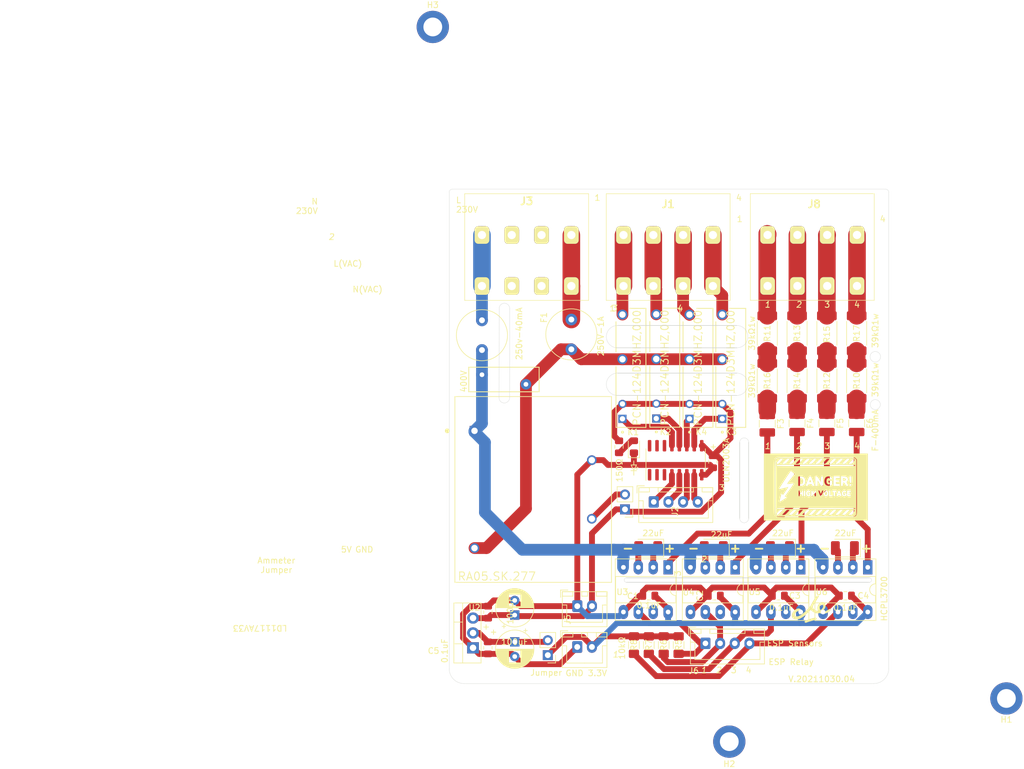
<source format=kicad_pcb>
(kicad_pcb (version 20171130) (host pcbnew "(5.1.6)-1")
  (layers (0 F.Cu signal) (31 B.Cu signal) (34 B.Paste user hide) (35 F.Paste user hide) (36 B.SilkS user hide) (37 F.SilkS user) (38 B.Mask user hide) (39 F.Mask user) (44 Edge.Cuts user))
  (net 0 "")
  (net 1 "220VAC(L)")
  (net 2 "220VAC(N)")
  (net 3 5V+)
  (net 4 3.3V+)
  (net 5 Sens4)
  (net 6 Sens3)
  (net 7 Sens2)
  (net 8 Sens1)
  (net 9 REO4)
  (net 10 REO3)
  (net 11 REO2)
  (net 12 REO1)
  (net 13 "Net-(22uF1-Pad2)")
  (net 14 "Net-(22uF1-Pad1)")
  (net 15 "Net-(22uF2-Pad2)")
  (net 16 "Net-(22uF2-Pad1)")
  (net 17 "Net-(22uF3-Pad2)")
  (net 18 "Net-(22uF3-Pad1)")
  (net 19 "Net-(22uF4-Pad2)")
  (net 20 "Net-(22uF4-Pad1)")
  (net 21 "GND(5V)")
  (net 22 REI1)
  (net 23 REI2)
  (net 24 REI3)
  (net 25 REI4)
  (net 26 "Net-(F1-Pad1)")
  (net 27 EspSens1)
  (net 28 EspSens2)
  (net 29 EspSens3)
  (net 30 EspSens4)
  (net 31 EspRel1)
  (net 32 EspRel2)
  (net 33 EspRel3)
  (net 34 EspRel4)
  (net 35 "Net-(D9-Pad2)")
  (net 36 "Net-(J9-Pad2)")
  (net 37 "Net-(F2-Pad1)")
  (net 38 "Net-(F3-Pad2)")
  (net 39 "Net-(F3-Pad1)")
  (net 40 "Net-(F4-Pad2)")
  (net 41 "Net-(F4-Pad1)")
  (net 42 "Net-(F5-Pad2)")
  (net 43 "Net-(F5-Pad1)")
  (net 44 "Net-(F6-Pad2)")
  (net 45 "Net-(F6-Pad1)")
  (net 46 "Net-(100uF_2-Pad1)")
  (net 47 "Net-(R10-Pad1)")
  (net 48 "Net-(R11-Pad2)")
  (net 49 "Net-(R12-Pad1)")
  (net 50 "Net-(R13-Pad2)")
  (module Fuse:Fuse_1210_3225Metric_Pad1.42x2.65mm_HandSolder (layer F.Cu) (at 194.6275 107.3055 270)
    (fp_text reference F6 (at 0 -2.28 90) (layer F.SilkS))
    (fp_text value Fuse)
    (pad 2 smd roundrect (at 1.4875 0 270) (size 1.425 2.65) (layers F.Cu F.Paste F.Mask) (roundrect_rratio 0.175439) (net 44 "Net-(F6-Pad2)"))
    (pad 1 smd roundrect (at -1.4875 0 270) (size 1.425 2.65) (layers F.Cu F.Paste F.Mask) (roundrect_rratio 0.175439) (net 45 "Net-(F6-Pad1)"))
  )
  (module Fuse:Fuse_1210_3225Metric_Pad1.42x2.65mm_HandSolder (layer F.Cu) (at 189.5475 107.3055 270)
    (fp_text reference F5 (at 0 -2.28 90) (layer F.SilkS))
    (fp_text value Fuse)
    (pad 2 smd roundrect (at 1.4875 0 270) (size 1.425 2.65) (layers F.Cu F.Paste F.Mask) (roundrect_rratio 0.175439) (net 42 "Net-(F5-Pad2)"))
    (pad 1 smd roundrect (at -1.4875 0 270) (size 1.425 2.65) (layers F.Cu F.Paste F.Mask) (roundrect_rratio 0.175439) (net 43 "Net-(F5-Pad1)"))
  )
  (module Fuse:Fuse_1210_3225Metric_Pad1.42x2.65mm_HandSolder (layer F.Cu) (at 184.4675 107.3055 270)
    (fp_text reference F4 (at 0 -2.28 90) (layer F.SilkS))
    (fp_text value Fuse)
    (pad 2 smd roundrect (at 1.4875 0 270) (size 1.425 2.65) (layers F.Cu F.Paste F.Mask) (roundrect_rratio 0.175439) (net 40 "Net-(F4-Pad2)"))
    (pad 1 smd roundrect (at -1.4875 0 270) (size 1.425 2.65) (layers F.Cu F.Paste F.Mask) (roundrect_rratio 0.175439) (net 41 "Net-(F4-Pad1)"))
  )
  (module Fuse:Fuse_1210_3225Metric_Pad1.42x2.65mm_HandSolder (layer F.Cu) (at 179.3875 107.369 270)
    (fp_text reference F3 (at 0 -2.28 90) (layer F.SilkS))
    (fp_text value Fuse)
    (pad 2 smd roundrect (at 1.4875 0 270) (size 1.425 2.65) (layers F.Cu F.Paste F.Mask) (roundrect_rratio 0.175439) (net 38 "Net-(F3-Pad2)"))
    (pad 1 smd roundrect (at -1.4875 0 270) (size 1.425 2.65) (layers F.Cu F.Paste F.Mask) (roundrect_rratio 0.175439) (net 39 "Net-(F3-Pad1)"))
  )
  (module Capacitor_SMD:C_0805_2012Metric_Pad1.15x1.40mm_HandSolder (layer F.Cu) (at 131.7625 139.5185 90)
    (fp_text reference C7)
    (fp_text value 0.1uF)
    (fp_text user + (at -2.531 -0.381 270) (layer F.SilkS))
    (pad 2 smd roundrect (at 1.025 0 90) (size 1.15 1.4) (layers F.Cu F.Paste F.Mask) (roundrect_rratio 0.217391) (net 21 "GND(5V)"))
    (pad 1 smd roundrect (at -1.025 0 90) (size 1.15 1.4) (layers F.Cu F.Paste F.Mask) (roundrect_rratio 0.217391) (net 3 5V+))
  )
  (module Capacitor_SMD:C_0805_2012Metric_Pad1.15x1.40mm_HandSolder (layer F.Cu) (at 131.7625 145.6145 270)
    (fp_text reference C5 (at 0.499 9.271 180) (layer F.SilkS))
    (fp_text value 0.1uF (at 0.499 7.366 270) (layer F.SilkS))
    (fp_text user + (at -2.676 -0.889 270) (layer F.SilkS))
    (pad 2 smd roundrect (at 1.025 0 270) (size 1.15 1.4) (layers F.Cu F.Paste F.Mask) (roundrect_rratio 0.217391) (net 21 "GND(5V)"))
    (pad 1 smd roundrect (at -1.025 0 270) (size 1.15 1.4) (layers F.Cu F.Paste F.Mask) (roundrect_rratio 0.217391) (net 46 "Net-(100uF_2-Pad1)"))
  )
  (module Capacitor_THT:CP_Radial_D6.3mm_P2.50mm (layer F.Cu) (at 136.3345 144.5895 270)
    (fp_text reference 100uF_2 hide)
    (fp_text value 100uF hide)
    (fp_text user 100uF (at 0 0) (layer F.SilkS))
    (pad 2 thru_hole circle (at 2.5 0 270) (size 1.6 1.6) (drill 0.8) (layers *.Cu *.Mask) (net 21 "GND(5V)"))
    (pad 1 thru_hole rect (at 0 0 270) (size 1.6 1.6) (drill 0.8) (layers *.Cu *.Mask) (net 46 "Net-(100uF_2-Pad1)"))
  )
  (module Capacitor_THT:CP_Radial_D6.3mm_P2.50mm (layer F.Cu) (at 136.3345 140.0175 90)
    (fp_text reference 100uF_1 hide)
    (fp_text value 100uF hide)
    (fp_text user 100uF (at 0.762 -0.762 90) (layer F.SilkS))
    (pad 2 thru_hole circle (at 2.5 0 90) (size 1.6 1.6) (drill 0.8) (layers *.Cu *.Mask) (net 21 "GND(5V)"))
    (pad 1 thru_hole rect (at 0 0 90) (size 1.6 1.6) (drill 0.8) (layers *.Cu *.Mask) (net 3 5V+))
  )
  (module Package_TO_SOT_THT:TO-220-3_Vertical (layer F.Cu) (at 129.2225 145.6055 90)
    (fp_text reference U2 (at 6.858 0.254 180) (layer F.SilkS))
    (fp_text value LD1117S33TR_SOT223)
    (pad 3 thru_hole oval (at 5.08 0 90) (size 1.905 2) (drill 1.1) (layers *.Cu *.Mask) (net 3 5V+))
    (pad 2 thru_hole oval (at 2.54 0 90) (size 1.905 2) (drill 1.1) (layers *.Cu *.Mask) (net 46 "Net-(100uF_2-Pad1)"))
    (pad 1 thru_hole rect (at 0 0 90) (size 1.905 2) (drill 1.1) (layers *.Cu *.Mask) (net 21 "GND(5V)"))
  )
  (module Connector_JST:JST_XH_B4B-XH-A_1x04_P2.50mm_Vertical (layer F.Cu) (at 168.8465 144.8435)
    (fp_text reference J6 (at -1.9972 4.6876 180) (layer F.SilkS))
    (fp_text value "ESP Sensors" (at 15.24 0) (layer F.SilkS))
    (pad 4 thru_hole oval (at 7.5 0) (size 1.7 1.95) (drill 0.95) (layers *.Cu *.Mask) (net 27 EspSens1))
    (pad 3 thru_hole oval (at 5 0) (size 1.7 1.95) (drill 0.95) (layers *.Cu *.Mask) (net 28 EspSens2))
    (pad 2 thru_hole oval (at 2.5 0) (size 1.7 1.95) (drill 0.95) (layers *.Cu *.Mask) (net 29 EspSens3))
    (pad 1 thru_hole roundrect (at 0 0) (size 1.7 1.95) (drill 0.95) (layers *.Cu *.Mask) (roundrect_rratio 0.147059) (net 30 EspSens4))
  )
  (module LED_SMD:LED_0805_2012Metric_Pad1.15x1.40mm_HandSolder (layer F.Cu) (at 156.6545 111.3065 90)
    (fp_text reference D9 hide)
    (fp_text value LED hide)
    (pad 2 smd roundrect (at 1.025 0 90) (size 1.15 1.4) (layers F.Cu F.Paste F.Mask) (roundrect_rratio 0.217391) (net 35 "Net-(D9-Pad2)"))
    (pad 1 smd roundrect (at -1.025 0 90) (size 1.15 1.4) (layers F.Cu F.Paste F.Mask) (roundrect_rratio 0.217391) (net 21 "GND(5V)"))
  )
  (module Resistor_SMD:R_0805_2012Metric_Pad1.15x1.40mm_HandSolder (layer F.Cu) (at 154.1145 111.3155 90)
    (fp_text reference R9 hide)
    (fp_text value 150Ω (at -4.0132 0.0762 90) (layer F.SilkS))
    (pad 2 smd roundrect (at 1.025 0 90) (size 1.15 1.4) (layers F.Cu F.Paste F.Mask) (roundrect_rratio 0.217391) (net 3 5V+))
    (pad 1 smd roundrect (at -1.025 0 90) (size 1.15 1.4) (layers F.Cu F.Paste F.Mask) (roundrect_rratio 0.217391) (net 35 "Net-(D9-Pad2)"))
  )
  (module PCN:TE_Connectivity-PCN-124D3MHZ,000-0-0-MFG (layer F.Cu) (at 167.5765 97.8535 90)
    (fp_text reference K4 (at -10.922 -0.508 180) (layer F.SilkS) (effects (justify left)))
    (fp_text value PCN-124D3MHZ,000 (at 0 0 90) (layer F.SilkS) (effects (font (size 1.27 1.27))))
    (pad 11 thru_hole circle (at 9.099999 -1.45 90) (size 1.7 1.7) (drill 1.1) (layers *.Cu) (net 10 REO3))
    (pad 14 thru_hole circle (at 1.479999 -1.45 90) (size 1.7 1.7) (drill 1.1) (layers *.Cu) (net 1 "220VAC(L)"))
    (pad A2 thru_hole circle (at -6.140001 -1.45 90) (size 1.4 1.4) (drill 0.9) (layers *.Cu) (net 3 5V+))
    (pad A1 thru_hole rect (at -8.680001 -1.45 90) (size 1.4 1.4) (drill 0.9) (layers *.Cu) (net 24 REI3))
  )
  (module PCN:TE_Connectivity-PCN-124D3MHZ,000-0-0-MFG (layer F.Cu) (at 173.1645 97.8535 90)
    (fp_text reference K3 (at -10.922 -1.016 180) (layer F.SilkS) (effects (justify left)))
    (fp_text value PCN-124D3MHZ,000 (at 0 0 90) (layer F.SilkS) (effects (font (size 1.27 1.27))))
    (pad 11 thru_hole circle (at 9.099999 -1.45 90) (size 1.7 1.7) (drill 1.1) (layers *.Cu) (net 9 REO4))
    (pad 14 thru_hole circle (at 1.479999 -1.45 90) (size 1.7 1.7) (drill 1.1) (layers *.Cu) (net 1 "220VAC(L)"))
    (pad A2 thru_hole circle (at -6.140001 -1.45 90) (size 1.4 1.4) (drill 0.9) (layers *.Cu) (net 3 5V+))
    (pad A1 thru_hole rect (at -8.680001 -1.45 90) (size 1.4 1.4) (drill 0.9) (layers *.Cu) (net 25 REI4))
  )
  (module PCN:TE_Connectivity-PCN-124D3MHZ,000-0-0-MFG (layer F.Cu) (at 161.9145 97.809499 90)
    (fp_text reference K2 (at -10.966001 -0.942 180) (layer F.SilkS) (effects (justify left)))
    (fp_text value PCN-124D3MHZ,000 (at 0 0 90) (layer F.SilkS) (effects (font (size 1.27 1.27))))
    (pad 11 thru_hole circle (at 9.099999 -1.45 90) (size 1.7 1.7) (drill 1.1) (layers *.Cu) (net 11 REO2))
    (pad 14 thru_hole circle (at 1.479999 -1.45 90) (size 1.7 1.7) (drill 1.1) (layers *.Cu) (net 1 "220VAC(L)"))
    (pad A2 thru_hole circle (at -6.140001 -1.45 90) (size 1.4 1.4) (drill 0.9) (layers *.Cu) (net 3 5V+))
    (pad A1 thru_hole rect (at -8.680001 -1.45 90) (size 1.4 1.4) (drill 0.9) (layers *.Cu) (net 23 REI2))
  )
  (module PCN:TE_Connectivity-PCN-124D3MHZ,000-0-0-MFG (layer F.Cu) (at 156.1465 97.8535 90)
    (fp_text reference K1 (at -10.966001 -0.688 180) (layer F.SilkS) (effects (justify left)))
    (fp_text value PCN-124D3MHZ,000 (at 0 1.016 90) (layer F.SilkS) (effects (font (size 1.27 1.27))))
    (pad 11 thru_hole circle (at 9.099999 -1.45 90) (size 1.7 1.7) (drill 1.1) (layers *.Cu) (net 12 REO1))
    (pad 14 thru_hole circle (at 1.479999 -1.45 90) (size 1.7 1.7) (drill 1.1) (layers *.Cu) (net 1 "220VAC(L)"))
    (pad A2 thru_hole circle (at -6.140001 -1.45 90) (size 1.4 1.4) (drill 0.9) (layers *.Cu) (net 3 5V+))
    (pad A1 thru_hole rect (at -8.680001 -1.45 90) (size 1.4 1.4) (drill 0.9) (layers *.Cu) (net 22 REI1))
  )
  (module Capacitor_SMD:C_0805_2012Metric_Pad1.15x1.40mm_HandSolder (layer F.Cu) (at 170.1165 113.8645 270)
    (fp_text reference C6)
    (fp_text value 0.1uF)
    (fp_text user + (at -2.531 0 270) (layer F.SilkS))
    (pad 2 smd roundrect (at 1.025 0 270) (size 1.15 1.4) (layers F.Cu F.Paste F.Mask) (roundrect_rratio 0.217391) (net 21 "GND(5V)"))
    (pad 1 smd roundrect (at -1.025 0 270) (size 1.15 1.4) (layers F.Cu F.Paste F.Mask) (roundrect_rratio 0.217391) (net 3 5V+))
  )
  (module Resistor_SMD:R_1206_3216Metric_Pad1.42x1.75mm_HandSolder (layer F.Cu) (at 156.6545 145.134 90)
    (fp_text reference R8 (at 0 0 90) (layer F.SilkS))
    (fp_text value 10kΩ (at -0.508 -2.032 90) (layer F.SilkS))
    (pad 2 smd roundrect (at 1.4875 0 90) (size 1.425 1.75) (layers F.Cu F.Paste F.Mask) (roundrect_rratio 0.175439) (net 4 3.3V+))
    (pad 1 smd roundrect (at -1.4875 0 90) (size 1.425 1.75) (layers F.Cu F.Paste F.Mask) (roundrect_rratio 0.175439) (net 27 EspSens1))
  )
  (module Resistor_SMD:R_1206_3216Metric_Pad1.42x1.75mm_HandSolder (layer F.Cu) (at 159.1945 145.134 90)
    (fp_text reference R7 (at -0.009 0 90) (layer F.SilkS))
    (fp_text value 10kΩ)
    (pad 2 smd roundrect (at 1.4875 0 90) (size 1.425 1.75) (layers F.Cu F.Paste F.Mask) (roundrect_rratio 0.175439) (net 4 3.3V+))
    (pad 1 smd roundrect (at -1.4875 0 90) (size 1.425 1.75) (layers F.Cu F.Paste F.Mask) (roundrect_rratio 0.175439) (net 28 EspSens2))
  )
  (module Resistor_SMD:R_1206_3216Metric_Pad1.42x1.75mm_HandSolder (layer F.Cu) (at 161.7345 145.134 90)
    (fp_text reference R6 (at 0 0 90) (layer F.SilkS))
    (fp_text value 10kΩ)
    (pad 2 smd roundrect (at 1.4875 0 90) (size 1.425 1.75) (layers F.Cu F.Paste F.Mask) (roundrect_rratio 0.175439) (net 4 3.3V+))
    (pad 1 smd roundrect (at -1.4875 0 90) (size 1.425 1.75) (layers F.Cu F.Paste F.Mask) (roundrect_rratio 0.175439) (net 29 EspSens3))
  )
  (module Resistor_SMD:R_1206_3216Metric_Pad1.42x1.75mm_HandSolder (layer F.Cu) (at 164.2745 145.134 90)
    (fp_text reference R5 (at 0 0 90) (layer F.SilkS))
    (fp_text value 10kΩ)
    (pad 2 smd roundrect (at 1.4875 0 90) (size 1.425 1.75) (layers F.Cu F.Paste F.Mask) (roundrect_rratio 0.175439) (net 4 3.3V+))
    (pad 1 smd roundrect (at -1.4875 0 90) (size 1.425 1.75) (layers F.Cu F.Paste F.Mask) (roundrect_rratio 0.175439) (net 30 EspSens4))
  )
  (module icons:led_6000dpi (layer F.Cu) (at 156.7815 114.935 270)
    (fp_text reference G*** hide)
    (fp_text value LOGO hide)
  )
  (module icons:che (layer F.Cu) (at 186.8805 139.0015)
    (fp_text reference G*** hide)
    (fp_text value LOGO hide)
  )
  (module rac05-05sk:277 (layer F.Cu) (at 139.4765 118.5875)
    (fp_text reference RA05.SK.277 (at -6.19 14.826 180) (layer F.SilkS) (effects (font (size 1.4 1.4))))
    (fp_text value RAC05.05SK.277)
    (pad 9 thru_hole circle (at 10 -5) (size 1.65 1.65) (drill 1.1) (layers *.Cu *.Mask) (net 21 "GND(5V)"))
    (pad 7 thru_hole circle (at 10 5) (size 1.65 1.65) (drill 1.1) (layers *.Cu *.Mask) (net 36 "Net-(J9-Pad2)"))
    (pad 5 thru_hole circle (at -10 10) (size 1.65 1.65) (drill 1.1) (layers *.Cu *.Mask) (net 1 "220VAC(L)"))
    (pad 1 thru_hole rect (at -10 -10) (size 1.65 1.65) (drill 1.1) (layers *.Cu *.Mask) (net 2 "220VAC(N)"))
  )
  (module 1017505_updated_pretty:1017505_pretty (layer F.Cu) (at 170.1165 83.8835 180)
    (fp_text reference J1 (at 7.62 13.97) (layer F.SilkS) (effects (font (size 1.27 1.27) (thickness 0.254))))
    (fp_text value 1017505 hide)
    (pad 1 thru_hole roundrect (at 0 0 270) (size 3 2.5) (drill 1.4) (layers *.Cu *.Mask F.SilkS) (net 9 REO4))
    (pad 2 thru_hole roundrect (at 0 8.7 270) (size 3 2.5) (drill 1.4) (layers *.Cu *.Mask F.SilkS) (net 9 REO4))
    (pad 3 thru_hole roundrect (at 5.08 0 270) (size 3 2.5) (drill 1.4) (layers *.Cu *.Mask F.SilkS) (net 10 REO3))
    (pad 4 thru_hole roundrect (at 5.08 8.7 270) (size 3 2.5) (drill 1.4) (layers *.Cu *.Mask F.SilkS) (net 10 REO3))
    (pad 5 thru_hole roundrect (at 10.16 0 270) (size 3 2.5) (drill 1.4) (layers *.Cu *.Mask F.SilkS) (net 11 REO2))
    (pad 6 thru_hole roundrect (at 10.16 8.7 270) (size 3 2.5) (drill 1.4) (layers *.Cu *.Mask F.SilkS) (net 11 REO2))
    (pad 7 thru_hole roundrect (at 15.24 0 270) (size 3 2.5) (drill 1.4) (layers *.Cu *.Mask F.SilkS) (net 12 REO1))
    (pad 8 thru_hole roundrect (at 15.24 8.7 270) (size 3 2.5) (drill 1.4) (layers *.Cu *.Mask F.SilkS) (net 12 REO1))
  )
  (module Package_SO:SOIC-16_3.9x9.9mm_P1.27mm (layer F.Cu) (at 163.7665 113.6015 90)
    (fp_text reference U1 hide)
    (fp_text value ULN2003A (at 0 8.636 270) (layer F.SilkS))
    (pad 1 smd roundrect (at -2.475 -4.445 90) (size 1.95 0.6) (layers F.Cu F.Paste F.Mask))
    (pad 2 smd roundrect (at -2.475 -3.175 90) (size 1.95 0.6) (layers F.Cu F.Paste F.Mask))
    (pad 3 smd roundrect (at -2.475 -1.905 90) (size 1.95 0.6) (layers F.Cu F.Paste F.Mask))
    (pad 4 smd roundrect (at -2.475 -0.635 90) (size 1.95 0.6) (layers F.Cu F.Paste F.Mask) (net 34 EspRel4))
    (pad 5 smd roundrect (at -2.475 0.635 90) (size 1.95 0.6) (layers F.Cu F.Paste F.Mask) (net 33 EspRel3))
    (pad 6 smd roundrect (at -2.475 1.905 90) (size 1.95 0.6) (layers F.Cu F.Paste F.Mask) (net 32 EspRel2))
    (pad 7 smd roundrect (at -2.475 3.175 90) (size 1.95 0.6) (layers F.Cu F.Paste F.Mask) (net 31 EspRel1))
    (pad 8 smd roundrect (at -2.475 4.445 90) (size 1.95 0.6) (layers F.Cu F.Paste F.Mask) (net 21 "GND(5V)"))
    (pad 9 smd roundrect (at 2.475 4.445 90) (size 1.95 0.6) (layers F.Cu F.Paste F.Mask) (net 3 5V+))
    (pad 10 smd roundrect (at 2.475 3.175 90) (size 1.95 0.6) (layers F.Cu F.Paste F.Mask) (net 25 REI4))
    (pad 11 smd roundrect (at 2.475 1.905 90) (size 1.95 0.6) (layers F.Cu F.Paste F.Mask) (net 24 REI3))
    (pad 12 smd roundrect (at 2.475 0.635 90) (size 1.95 0.6) (layers F.Cu F.Paste F.Mask) (net 23 REI2))
    (pad 13 smd roundrect (at 2.475 -0.635 90) (size 1.95 0.6) (layers F.Cu F.Paste F.Mask) (net 22 REI1))
    (pad 14 smd roundrect (at 2.475 -1.905 90) (size 1.95 0.6) (layers F.Cu F.Paste F.Mask))
    (pad 15 smd roundrect (at 2.475 -3.175 90) (size 1.95 0.6) (layers F.Cu F.Paste F.Mask))
    (pad 16 smd roundrect (at 2.475 -4.445 90) (size 1.95 0.6) (layers F.Cu F.Paste F.Mask))
  )
  (module Capacitor_Tantalum_SMD:CP_EIA-3528-21_Kemet-B_Pad1.50x2.35mm_HandSolder (layer F.Cu) (at 192.6215 128.5875 180)
    (fp_text reference 22uF4 hide)
    (fp_text value 22uF (at -0.101 2.54 180) (layer F.SilkS))
    (pad 2 smd roundrect (at 1.625 0 180) (size 1.5 2.35) (layers F.Cu F.Paste F.Mask) (roundrect_rratio 0.166667) (net 19 "Net-(22uF4-Pad2)"))
    (pad 1 smd roundrect (at -1.625 0 180) (size 1.5 2.35) (layers F.Cu F.Paste F.Mask) (roundrect_rratio 0.166667) (net 20 "Net-(22uF4-Pad1)"))
  )
  (module Capacitor_Tantalum_SMD:CP_EIA-3528-21_Kemet-B_Pad1.50x2.35mm_HandSolder (layer F.Cu) (at 181.5465 128.5875 180)
    (fp_text reference 22uF3 hide)
    (fp_text value 22uF (at -0.508 2.54 180) (layer F.SilkS))
    (pad 2 smd roundrect (at 1.625 0 180) (size 1.5 2.35) (layers F.Cu F.Paste F.Mask) (roundrect_rratio 0.166667) (net 17 "Net-(22uF3-Pad2)"))
    (pad 1 smd roundrect (at -1.625 0 180) (size 1.5 2.35) (layers F.Cu F.Paste F.Mask) (roundrect_rratio 0.166667) (net 18 "Net-(22uF3-Pad1)"))
  )
  (module Capacitor_Tantalum_SMD:CP_EIA-3528-21_Kemet-B_Pad1.50x2.35mm_HandSolder (layer F.Cu) (at 170.2695 128.5875 180)
    (fp_text reference 22uF2 hide)
    (fp_text value 22uF (at -1.3065 2.286 180) (layer F.SilkS))
    (pad 2 smd roundrect (at 1.625 0 180) (size 1.5 2.35) (layers F.Cu F.Paste F.Mask) (roundrect_rratio 0.166667) (net 15 "Net-(22uF2-Pad2)"))
    (pad 1 smd roundrect (at -1.625 0 180) (size 1.5 2.35) (layers F.Cu F.Paste F.Mask) (roundrect_rratio 0.166667) (net 16 "Net-(22uF2-Pad1)"))
  )
  (module Capacitor_Tantalum_SMD:CP_EIA-3528-21_Kemet-B_Pad1.50x2.35mm_HandSolder (layer F.Cu) (at 159.0935 128.5875 180)
    (fp_text reference 22uF1 hide)
    (fp_text value 22uF (at -0.8525 2.54 180) (layer F.SilkS))
    (pad 2 smd roundrect (at 1.625 0 180) (size 1.5 2.35) (layers F.Cu F.Paste F.Mask) (roundrect_rratio 0.166667) (net 13 "Net-(22uF1-Pad2)"))
    (pad 1 smd roundrect (at -1.625 0 180) (size 1.5 2.35) (layers F.Cu F.Paste F.Mask) (roundrect_rratio 0.166667) (net 14 "Net-(22uF1-Pad1)"))
  )
  (module Fuse:Fuse_Littelfuse_372_D8.50mm (layer F.Cu) (at 130.7465 89.7255 270)
    (fp_text reference F2 hide)
    (fp_text value 250v-40mA (at 2.286 -6.35 270) (layer F.SilkS))
    (pad 2 thru_hole circle (at 5.08 0 270) (size 2 2) (drill 1) (layers *.Cu *.Mask) (net 2 "220VAC(N)"))
    (pad 1 thru_hole circle (at 0 0 270) (size 2 2) (drill 1) (layers *.Cu *.Mask) (net 37 "Net-(F2-Pad1)"))
  )
  (module Resistor_SMD:R_2512_6332Metric_Pad1.52x3.35mm_HandSolder (layer F.Cu) (at 194.6275 91.951 270)
    (fp_text reference R17 (at 0 0 90) (layer F.SilkS))
    (fp_text value 39kΩ1w (at -0.4475 -3.175 90) (layer F.SilkS))
    (pad 2 smd roundrect (at 2.9875 0 270) (size 1.525 3.35) (layers F.Cu F.Paste F.Mask) (roundrect_rratio 0.163934) (net 47 "Net-(R10-Pad1)"))
    (pad 1 smd roundrect (at -2.9875 0 270) (size 1.525 3.35) (layers F.Cu F.Paste F.Mask) (roundrect_rratio 0.163934) (net 5 Sens4))
  )
  (module Resistor_SMD:R_2512_6332Metric_Pad1.52x3.35mm_HandSolder (layer F.Cu) (at 189.5475 91.951 270)
    (fp_text reference R15 (at 0.1875 0 90) (layer F.SilkS))
    (fp_text value 39kΩ1w)
    (pad 2 smd roundrect (at 2.9875 0 270) (size 1.525 3.35) (layers F.Cu F.Paste F.Mask) (roundrect_rratio 0.163934) (net 49 "Net-(R12-Pad1)"))
    (pad 1 smd roundrect (at -2.9875 0 270) (size 1.525 3.35) (layers F.Cu F.Paste F.Mask) (roundrect_rratio 0.163934) (net 6 Sens3))
  )
  (module Resistor_SMD:R_2512_6332Metric_Pad1.52x3.35mm_HandSolder (layer F.Cu) (at 184.4675 91.951 270)
    (fp_text reference R13 (at 0 0 90) (layer F.SilkS))
    (fp_text value 39kΩ1w)
    (pad 2 smd roundrect (at 2.9875 0 270) (size 1.525 3.35) (layers F.Cu F.Paste F.Mask) (roundrect_rratio 0.163934) (net 50 "Net-(R13-Pad2)"))
    (pad 1 smd roundrect (at -2.9875 0 270) (size 1.525 3.35) (layers F.Cu F.Paste F.Mask) (roundrect_rratio 0.163934) (net 8 Sens1))
  )
  (module Resistor_SMD:R_2512_6332Metric_Pad1.52x3.35mm_HandSolder (layer F.Cu) (at 179.3875 91.951 270)
    (fp_text reference R11 (at 0 0 90) (layer F.SilkS))
    (fp_text value 39kΩ1w (at 0 2.62 90) (layer F.SilkS))
    (pad 2 smd roundrect (at 2.9875 0 270) (size 1.525 3.35) (layers F.Cu F.Paste F.Mask) (roundrect_rratio 0.163934) (net 48 "Net-(R11-Pad2)"))
    (pad 1 smd roundrect (at -2.9875 0 270) (size 1.525 3.35) (layers F.Cu F.Paste F.Mask) (roundrect_rratio 0.163934) (net 7 Sens2))
  )
  (module Connector_PinHeader_2.54mm:PinHeader_1x02_P2.54mm_Vertical (layer F.Cu) (at 141.9733 146.8501 180)
    (fp_text reference J11 hide)
    (fp_text value "Current Jumper" hide)
    (fp_text user Jumper (at 0.2794 -2.9972) (layer F.SilkS))
    (pad 2 thru_hole oval (at 0 2.54 180) (size 1.7 1.7) (drill 1) (layers *.Cu *.Mask) (net 46 "Net-(100uF_2-Pad1)"))
    (pad 1 thru_hole rect (at 0 0 180) (size 1.7 1.7) (drill 1) (layers *.Cu *.Mask) (net 4 3.3V+))
  )
  (module Connector_JST:JST_XH_B2B-XH-A_1x02_P2.50mm_Vertical (layer F.Cu) (at 146.9917 145.4531)
    (fp_text reference J10 hide)
    (fp_text value "GND 3.3V" (at 1.5348 4.4704) (layer F.SilkS))
    (pad 2 thru_hole oval (at 2.5 0) (size 1.7 2) (drill 1) (layers *.Cu *.Mask) (net 4 3.3V+))
    (pad 1 thru_hole roundrect (at 0 0) (size 1.7 2) (drill 1) (layers *.Cu *.Mask) (roundrect_rratio 0.147059) (net 21 "GND(5V)"))
  )
  (module Capacitor_SMD:C_0805_2012Metric_Pad1.15x1.40mm_HandSolder (layer F.Cu) (at 192.7135 136.7155 180)
    (fp_text reference C4 (at -3.048 0) (layer F.SilkS))
    (fp_text value 0.1uF (at 0 -2.032) (layer F.SilkS))
    (pad 2 smd roundrect (at 1.025 0 180) (size 1.15 1.4) (layers F.Cu F.Paste F.Mask) (roundrect_rratio 0.217391) (net 21 "GND(5V)"))
    (pad 1 smd roundrect (at -1.025 0 180) (size 1.15 1.4) (layers F.Cu F.Paste F.Mask) (roundrect_rratio 0.217391) (net 4 3.3V+))
  )
  (module Capacitor_SMD:C_0805_2012Metric_Pad1.15x1.40mm_HandSolder (layer F.Cu) (at 181.2835 136.7155 180)
    (fp_text reference C3 (at -2.803 0) (layer F.SilkS))
    (fp_text value 0.1uF (at -0.508 -2.032) (layer F.SilkS))
    (pad 2 smd roundrect (at 1.025 0 180) (size 1.15 1.4) (layers F.Cu F.Paste F.Mask) (roundrect_rratio 0.217391) (net 21 "GND(5V)"))
    (pad 1 smd roundrect (at -1.025 0 180) (size 1.15 1.4) (layers F.Cu F.Paste F.Mask) (roundrect_rratio 0.217391) (net 4 3.3V+))
  )
  (module Capacitor_SMD:C_0805_2012Metric_Pad1.15x1.40mm_HandSolder (layer F.Cu) (at 159.1945 136.7155 180)
    (fp_text reference C1 (at 2.7215 -0.0635) (layer F.SilkS))
    (fp_text value 0.1uF (at -0.009 -1.6383) (layer F.SilkS))
    (pad 2 smd roundrect (at 1.025 0 180) (size 1.15 1.4) (layers F.Cu F.Paste F.Mask) (roundrect_rratio 0.217391) (net 21 "GND(5V)"))
    (pad 1 smd roundrect (at -1.025 0 180) (size 1.15 1.4) (layers F.Cu F.Paste F.Mask) (roundrect_rratio 0.217391) (net 4 3.3V+))
  )
  (module Capacitor_SMD:C_0805_2012Metric_Pad1.15x1.40mm_HandSolder (layer F.Cu) (at 170.3615 136.7155 180)
    (fp_text reference C2 (at 2.4675 0 90) (layer F.SilkS))
    (fp_text value 0.1uF)
    (pad 2 smd roundrect (at 1.025 0 180) (size 1.15 1.4) (layers F.Cu F.Paste F.Mask) (roundrect_rratio 0.217391) (net 21 "GND(5V)"))
    (pad 1 smd roundrect (at -1.025 0 180) (size 1.15 1.4) (layers F.Cu F.Paste F.Mask) (roundrect_rratio 0.217391) (net 4 3.3V+))
  )
  (module Resistor_SMD:R_2512_6332Metric_Pad1.52x3.35mm_HandSolder (layer F.Cu) (at 179.3875 100.061 270)
    (fp_text reference R16 (at 0 0 90) (layer F.SilkS))
    (fp_text value 39kΩ1w (at 0 2.62 90) (layer F.SilkS))
    (pad 2 smd roundrect (at 2.9875 0 270) (size 1.525 3.35) (layers F.Cu F.Paste F.Mask) (roundrect_rratio 0.163934) (net 39 "Net-(F3-Pad1)"))
    (pad 1 smd roundrect (at -2.9875 0 270) (size 1.525 3.35) (layers F.Cu F.Paste F.Mask) (roundrect_rratio 0.163934) (net 48 "Net-(R11-Pad2)"))
  )
  (module Resistor_SMD:R_2512_6332Metric_Pad1.52x3.35mm_HandSolder (layer F.Cu) (at 184.4675 100.061 270)
    (fp_text reference R14 (at 0 0 90) (layer F.SilkS))
    (fp_text value 39kΩ1w)
    (pad 2 smd roundrect (at 2.9875 0 270) (size 1.525 3.35) (layers F.Cu F.Paste F.Mask) (roundrect_rratio 0.163934) (net 41 "Net-(F4-Pad1)"))
    (pad 1 smd roundrect (at -2.9875 0 270) (size 1.525 3.35) (layers F.Cu F.Paste F.Mask) (roundrect_rratio 0.163934) (net 50 "Net-(R13-Pad2)"))
  )
  (module Resistor_SMD:R_2512_6332Metric_Pad1.52x3.35mm_HandSolder (layer F.Cu) (at 189.5475 100.061 270)
    (fp_text reference R12 (at 0 0 90) (layer F.SilkS))
    (fp_text value 39kΩ1w)
    (pad 2 smd roundrect (at 2.9875 0 270) (size 1.525 3.35) (layers F.Cu F.Paste F.Mask) (roundrect_rratio 0.163934) (net 43 "Net-(F5-Pad1)"))
    (pad 1 smd roundrect (at -2.9875 0 270) (size 1.525 3.35) (layers F.Cu F.Paste F.Mask) (roundrect_rratio 0.163934) (net 49 "Net-(R12-Pad1)"))
  )
  (module Resistor_SMD:R_2512_6332Metric_Pad1.52x3.35mm_HandSolder (layer F.Cu) (at 194.6275 100.061 270)
    (fp_text reference R10 (at 0 0 90) (layer F.SilkS))
    (fp_text value 39kΩ1w (at -0.1755 -3.175 90) (layer F.SilkS))
    (pad 2 smd roundrect (at 2.9875 0 270) (size 1.525 3.35) (layers F.Cu F.Paste F.Mask) (roundrect_rratio 0.163934) (net 45 "Net-(F6-Pad1)"))
    (pad 1 smd roundrect (at -2.9875 0 270) (size 1.525 3.35) (layers F.Cu F.Paste F.Mask) (roundrect_rratio 0.163934) (net 47 "Net-(R10-Pad1)"))
  )
  (module 1017505_updated_pretty:1017505_pretty (layer F.Cu) (at 194.6835 83.8715 180)
    (fp_text reference J8 (at 7.295 13.958) (layer F.SilkS) (effects (font (size 1.27 1.27) (thickness 0.254))))
    (fp_text value 1017505 hide)
    (pad 1 thru_hole roundrect (at 0 0 270) (size 3 2.5) (drill 1.4) (layers *.Cu *.Mask F.SilkS) (net 5 Sens4))
    (pad 2 thru_hole roundrect (at 0 8.7 270) (size 3 2.5) (drill 1.4) (layers *.Cu *.Mask F.SilkS) (net 5 Sens4))
    (pad 3 thru_hole roundrect (at 5.08 0 270) (size 3 2.5) (drill 1.4) (layers *.Cu *.Mask F.SilkS) (net 6 Sens3))
    (pad 4 thru_hole roundrect (at 5.08 8.7 270) (size 3 2.5) (drill 1.4) (layers *.Cu *.Mask F.SilkS) (net 6 Sens3))
    (pad 5 thru_hole roundrect (at 10.16 0 270) (size 3 2.5) (drill 1.4) (layers *.Cu *.Mask F.SilkS) (net 8 Sens1))
    (pad 6 thru_hole roundrect (at 10.16 8.7 270) (size 3 2.5) (drill 1.4) (layers *.Cu *.Mask F.SilkS) (net 8 Sens1))
    (pad 7 thru_hole roundrect (at 15.24 0 270) (size 3 2.5) (drill 1.4) (layers *.Cu *.Mask F.SilkS) (net 7 Sens2))
    (pad 8 thru_hole roundrect (at 15.24 8.7 270) (size 3 2.5) (drill 1.4) (layers *.Cu *.Mask F.SilkS) (net 7 Sens2))
  )
  (module 1017505_updated_pretty:1017505_pretty (layer F.Cu) (at 145.9865 83.8835 180)
    (fp_text reference J3 (at 7.62 14.478) (layer F.SilkS) (effects (font (size 1.27 1.27) (thickness 0.254))))
    (fp_text value 1017505 hide)
    (pad 1 thru_hole roundrect (at 0 0 270) (size 3 2.5) (drill 1.4) (layers *.Cu *.Mask F.SilkS) (net 26 "Net-(F1-Pad1)"))
    (pad 2 thru_hole roundrect (at 0 8.7 270) (size 3 2.5) (drill 1.4) (layers *.Cu *.Mask F.SilkS) (net 26 "Net-(F1-Pad1)"))
    (pad 3 thru_hole roundrect (at 5.08 0 270) (size 3 2.5) (drill 1.4) (layers *.Cu *.Mask F.SilkS))
    (pad 4 thru_hole roundrect (at 5.08 8.7 270) (size 3 2.5) (drill 1.4) (layers *.Cu *.Mask F.SilkS))
    (pad 5 thru_hole roundrect (at 10.16 0 270) (size 3 2.5) (drill 1.4) (layers *.Cu *.Mask F.SilkS))
    (pad 6 thru_hole roundrect (at 10.16 8.7 270) (size 3 2.5) (drill 1.4) (layers *.Cu *.Mask F.SilkS))
    (pad 7 thru_hole roundrect (at 15.24 0 270) (size 3 2.5) (drill 1.4) (layers *.Cu *.Mask F.SilkS) (net 37 "Net-(F2-Pad1)"))
    (pad 8 thru_hole roundrect (at 15.24 8.7 270) (size 3 2.5) (drill 1.4) (layers *.Cu *.Mask F.SilkS) (net 37 "Net-(F2-Pad1)"))
  )
  (module Connector_PinHeader_2.54mm:PinHeader_1x02_P2.54mm_Vertical (layer F.Cu) (at 155.1305 121.9835 180)
    (fp_text reference J9 hide)
    (fp_text value "Current Jumper" hide)
    (pad 2 thru_hole oval (at 0 2.54 180) (size 1.7 1.7) (drill 1) (layers *.Cu *.Mask) (net 36 "Net-(J9-Pad2)"))
    (pad 1 thru_hole rect (at 0 0 180) (size 1.7 1.7) (drill 1) (layers *.Cu *.Mask) (net 3 5V+))
  )
  (module icons:danger1_negative (layer F.Cu) (at 187.6425 118.1735)
    (fp_text reference G*** hide)
    (fp_text value LOGO hide)
  )
  (module Varistor:RV_Disc_D12mm_W4.2mm_P7.5mm (layer F.Cu) (at 130.7465 99.01417)
    (fp_text reference RV1 hide)
    (fp_text value 400V (at -3.102 1.12533 90) (layer F.SilkS))
    (pad 2 thru_hole circle (at 7.5 1.63333) (size 1.8 1.8) (drill 0.8) (layers *.Cu *.Mask) (net 1 "220VAC(L)"))
    (pad 1 thru_hole circle (at 0 0) (size 1.8 1.8) (drill 0.8) (layers *.Cu *.Mask) (net 2 "220VAC(N)"))
  )
  (module MountingHole:MountingHole_3.2mm_M3_ISO14580_Pad (layer F.Cu) (at 122.3645 39.6875)
    (fp_text reference H3 (at 0 -3.75) (layer F.SilkS))
    (fp_text value MountingHole_Pad)
    (pad 1 thru_hole circle (at 0 0) (size 5.5 5.5) (drill 3.2) (layers *.Cu *.Mask))
  )
  (module Connector_JST:JST_XH_B4B-XH-A_1x04_P2.50mm_Vertical (layer F.Cu) (at 160.0365 120.7135)
    (fp_text reference J2 (at 3.6322 1.6256 270) (layer F.SilkS))
    (fp_text value "ESP Relays")
    (pad 4 thru_hole oval (at 7.5 0) (size 1.7 1.95) (drill 0.95) (layers *.Cu *.Mask) (net 31 EspRel1))
    (pad 3 thru_hole oval (at 5 0) (size 1.7 1.95) (drill 0.95) (layers *.Cu *.Mask) (net 32 EspRel2))
    (pad 2 thru_hole oval (at 2.5 0) (size 1.7 1.95) (drill 0.95) (layers *.Cu *.Mask) (net 33 EspRel3))
    (pad 1 thru_hole roundrect (at 0 0) (size 1.7 1.95) (drill 0.95) (layers *.Cu *.Mask) (roundrect_rratio 0.147059) (net 34 EspRel4))
  )
  (module Package_DIP:DIP-8_W7.62mm_Socket_LongPads (layer F.Cu) (at 173.9125 131.8735 270)
    (fp_text reference U4 (at 4.2705 7.9235 180) (layer F.SilkS))
    (fp_text value HCPL3700)
    (pad 1 thru_hole rect (at 0 0 270) (size 2.4 1.6) (drill 0.8) (layers *.Cu *.Mask) (net 40 "Net-(F4-Pad2)"))
    (pad 5 thru_hole oval (at 7.62 7.62 270) (size 2.4 1.6) (drill 0.8) (layers *.Cu *.Mask) (net 21 "GND(5V)"))
    (pad 2 thru_hole oval (at 0 2.54 270) (size 2.4 1.6) (drill 0.8) (layers *.Cu *.Mask) (net 16 "Net-(22uF2-Pad1)"))
    (pad 6 thru_hole oval (at 7.62 5.08 270) (size 2.4 1.6) (drill 0.8) (layers *.Cu *.Mask) (net 29 EspSens3))
    (pad 3 thru_hole oval (at 0 5.08 270) (size 2.4 1.6) (drill 0.8) (layers *.Cu *.Mask) (net 15 "Net-(22uF2-Pad2)"))
    (pad 7 thru_hole oval (at 7.62 2.54 270) (size 2.4 1.6) (drill 0.8) (layers *.Cu *.Mask))
    (pad 4 thru_hole oval (at 0 7.62 270) (size 2.4 1.6) (drill 0.8) (layers *.Cu *.Mask) (net 2 "220VAC(N)"))
    (pad 8 thru_hole oval (at 7.62 0 270) (size 2.4 1.6) (drill 0.8) (layers *.Cu *.Mask) (net 4 3.3V+))
  )
  (module Package_DIP:DIP-8_W7.62mm_Socket_LongPads (layer F.Cu) (at 196.5185 131.8735 270)
    (fp_text reference U6 (at 4.207 7.86 180) (layer F.SilkS))
    (fp_text value HCPL3700)
    (pad 1 thru_hole rect (at 0 0 270) (size 2.4 1.6) (drill 0.8) (layers *.Cu *.Mask) (net 44 "Net-(F6-Pad2)"))
    (pad 5 thru_hole oval (at 7.62 7.62 270) (size 2.4 1.6) (drill 0.8) (layers *.Cu *.Mask) (net 21 "GND(5V)"))
    (pad 2 thru_hole oval (at 0 2.54 270) (size 2.4 1.6) (drill 0.8) (layers *.Cu *.Mask) (net 20 "Net-(22uF4-Pad1)"))
    (pad 6 thru_hole oval (at 7.62 5.08 270) (size 2.4 1.6) (drill 0.8) (layers *.Cu *.Mask) (net 27 EspSens1))
    (pad 3 thru_hole oval (at 0 5.08 270) (size 2.4 1.6) (drill 0.8) (layers *.Cu *.Mask) (net 19 "Net-(22uF4-Pad2)"))
    (pad 7 thru_hole oval (at 7.62 2.54 270) (size 2.4 1.6) (drill 0.8) (layers *.Cu *.Mask))
    (pad 4 thru_hole oval (at 0 7.62 270) (size 2.4 1.6) (drill 0.8) (layers *.Cu *.Mask) (net 2 "220VAC(N)"))
    (pad 8 thru_hole oval (at 7.62 0 270) (size 2.4 1.6) (drill 0.8) (layers *.Cu *.Mask) (net 4 3.3V+))
  )
  (module Package_DIP:DIP-8_W7.62mm_Socket_LongPads (layer F.Cu) (at 185.0885 131.8735 270)
    (fp_text reference U5 (at 4.207 7.86 180) (layer F.SilkS))
    (fp_text value HCPL3700)
    (pad 1 thru_hole rect (at 0 0 270) (size 2.4 1.6) (drill 0.8) (layers *.Cu *.Mask) (net 42 "Net-(F5-Pad2)"))
    (pad 5 thru_hole oval (at 7.62 7.62 270) (size 2.4 1.6) (drill 0.8) (layers *.Cu *.Mask) (net 21 "GND(5V)"))
    (pad 2 thru_hole oval (at 0 2.54 270) (size 2.4 1.6) (drill 0.8) (layers *.Cu *.Mask) (net 18 "Net-(22uF3-Pad1)"))
    (pad 6 thru_hole oval (at 7.62 5.08 270) (size 2.4 1.6) (drill 0.8) (layers *.Cu *.Mask) (net 28 EspSens2))
    (pad 3 thru_hole oval (at 0 5.08 270) (size 2.4 1.6) (drill 0.8) (layers *.Cu *.Mask) (net 17 "Net-(22uF3-Pad2)"))
    (pad 7 thru_hole oval (at 7.62 2.54 270) (size 2.4 1.6) (drill 0.8) (layers *.Cu *.Mask))
    (pad 4 thru_hole oval (at 0 7.62 270) (size 2.4 1.6) (drill 0.8) (layers *.Cu *.Mask) (net 2 "220VAC(N)"))
    (pad 8 thru_hole oval (at 7.62 0 270) (size 2.4 1.6) (drill 0.8) (layers *.Cu *.Mask) (net 4 3.3V+))
  )
  (module Package_DIP:DIP-8_W7.62mm_Socket_LongPads (layer F.Cu) (at 162.4825 131.8735 270)
    (fp_text reference U3 (at 4.207 7.7965 180) (layer F.SilkS))
    (fp_text value HCPL3700)
    (pad 1 thru_hole rect (at 0 0 270) (size 2.4 1.6) (drill 0.8) (layers *.Cu *.Mask) (net 38 "Net-(F3-Pad2)"))
    (pad 5 thru_hole oval (at 7.62 7.62 270) (size 2.4 1.6) (drill 0.8) (layers *.Cu *.Mask) (net 21 "GND(5V)"))
    (pad 2 thru_hole oval (at 0 2.54 270) (size 2.4 1.6) (drill 0.8) (layers *.Cu *.Mask) (net 14 "Net-(22uF1-Pad1)"))
    (pad 6 thru_hole oval (at 7.62 5.08 270) (size 2.4 1.6) (drill 0.8) (layers *.Cu *.Mask) (net 30 EspSens4))
    (pad 3 thru_hole oval (at 0 5.08 270) (size 2.4 1.6) (drill 0.8) (layers *.Cu *.Mask) (net 13 "Net-(22uF1-Pad2)"))
    (pad 7 thru_hole oval (at 7.62 2.54 270) (size 2.4 1.6) (drill 0.8) (layers *.Cu *.Mask))
    (pad 4 thru_hole oval (at 0 7.62 270) (size 2.4 1.6) (drill 0.8) (layers *.Cu *.Mask) (net 2 "220VAC(N)"))
    (pad 8 thru_hole oval (at 7.62 0 270) (size 2.4 1.6) (drill 0.8) (layers *.Cu *.Mask) (net 4 3.3V+))
  )
  (module Connector_JST:JST_XH_B2B-XH-A_1x02_P2.50mm_Vertical (layer F.Cu) (at 147.0025 138.4935)
    (fp_text reference J5 (at -1.67322 2.2733 270) (layer F.SilkS))
    (fp_text value Conn_01x02)
    (pad 2 thru_hole oval (at 2.5 0) (size 1.7 2) (drill 1) (layers *.Cu *.Mask) (net 3 5V+))
    (pad 1 thru_hole roundrect (at 0 0) (size 1.7 2) (drill 1) (layers *.Cu *.Mask) (roundrect_rratio 0.147059) (net 21 "GND(5V)"))
  )
  (module MountingHole:MountingHole_3.2mm_M3_ISO14580_Pad (layer F.Cu) (at 172.9105 161.6075)
    (fp_text reference H2 (at 0 3.81) (layer F.SilkS))
    (fp_text value MountingHole_Pad)
    (pad 1 thru_hole circle (at 0 0) (size 5.5 5.5) (drill 3.2) (layers *.Cu *.Mask))
  )
  (module MountingHole:MountingHole_3.2mm_M3_ISO14580_Pad (layer F.Cu) (at 220.1545 154.2415)
    (fp_text reference H1 (at 0 3.6068) (layer F.SilkS))
    (fp_text value MountingHole_Pad)
    (pad 1 thru_hole circle (at 0 0) (size 5.5 5.5) (drill 3.2) (layers *.Cu *.Mask))
  )
  (module Fuse:Fuse_Littelfuse_372_D8.50mm (layer F.Cu) (at 145.9865 89.5985 270)
    (fp_text reference F1 (at -0.3302 4.6736 90) (layer F.SilkS))
    (fp_text value F250V)
    (pad 2 thru_hole circle (at 5.08 0 270) (size 2 2) (drill 1) (layers *.Cu *.Mask) (net 1 "220VAC(L)"))
    (pad 1 thru_hole circle (at 0 0 270) (size 2 2) (drill 1) (layers *.Cu *.Mask) (net 26 "Net-(F1-Pad1)"))
  )
  (gr_arc (start 196.7865 134.0485) (end 196.7865 134.4295) (angle -180) (layer Edge.Cuts) (width 0.05))
  (gr_arc (start 155.3845 134.0485) (end 155.3845 133.6675) (angle -180) (layer Edge.Cuts) (width 0.05))
  (gr_arc (start 174.1805 92.5195) (end 174.1805 94.4245) (angle -180) (layer Edge.Cuts) (width 0.05))
  (gr_arc (start 153.8605 92.5195) (end 153.8605 90.6145) (angle -175.6167246) (layer Edge.Cuts) (width 0.05))
  (gr_line (start 174.1805 94.4245) (end 153.714905 94.418928) (layer Edge.Cuts) (width 0.1))
  (gr_line (start 153.8605 90.6145) (end 174.1805 90.6145) (layer Edge.Cuts) (width 0.1))
  (gr_arc (start 125.6665 67.8815) (end 125.6665 67.3735) (angle -90) (layer Edge.Cuts) (width 0.05))
  (gr_arc (start 175.4505 123.5075) (end 174.6885 123.5075) (angle -180) (layer Edge.Cuts) (width 0.05))
  (gr_arc (start 175.4505 110.5535) (end 176.2125 110.5535) (angle -180) (layer Edge.Cuts) (width 0.05))
  (gr_line (start 176.2125 110.5535) (end 176.2125 123.5075) (layer Edge.Cuts) (width 0.1))
  (gr_line (start 174.6885 123.5075) (end 174.6885 110.5535) (layer Edge.Cuts) (width 0.1))
  (gr_line (start 155.3845 133.6675) (end 196.7865 133.6675) (layer Edge.Cuts) (width 0.1))
  (gr_line (start 196.7865 134.4295) (end 155.3845 134.4295) (layer Edge.Cuts) (width 0.1))
  (gr_text - (at 166.8145 128.5875) (layer F.SilkS) (effects (font (size 1.5 1.5) (thickness 0.3)) (justify mirror)))
  (gr_text + (at 196.2785 128.5875) (layer F.SilkS) (effects (font (size 1.5 1.5) (thickness 0.3)) (justify mirror)))
  (gr_text - (at 189.1665 128.5875) (layer F.SilkS) (effects (font (size 1.5 1.5) (thickness 0.3)) (justify mirror)))
  (gr_text + (at 185.1025 128.5875) (layer F.SilkS) (effects (font (size 1.5 1.5) (thickness 0.3)) (justify mirror)))
  (gr_text - (at 177.9905 128.5875) (layer F.SilkS) (effects (font (size 1.5 1.5) (thickness 0.3)) (justify mirror)))
  (gr_text + (at 173.9265 128.5875) (layer F.SilkS) (effects (font (size 1.5 1.5) (thickness 0.3)) (justify mirror)))
  (gr_text - (at 155.6385 128.5875) (layer F.SilkS) (effects (font (size 1.5 1.5) (thickness 0.3)) (justify mirror)))
  (gr_text + (at 162.7505 128.5875) (layer F.SilkS) (effects (font (size 1.5 1.5) (thickness 0.3)) (justify mirror)))
  (gr_text 1 (at 153.5355 146.7485) (layer F.SilkS) (effects (font (size 1 1) (thickness 0.15) italic)))
  (gr_text 3 (at 171.6405 118.3005) (layer F.SilkS) (effects (font (size 1 1))))
  (gr_text 2 (at 168.5925 130.4925) (layer F.SilkS) (effects (font (size 1 1) (thickness 0.15) italic)))
  (gr_text 3 (at 173.6725 149.4155) (layer F.SilkS) (effects (font (size 1 1))))
  (gr_text 1 (at 168.5925 149.4155) (layer F.SilkS) (effects (font (size 1 1) (thickness 0.15) italic)))
  (gr_text 4 (at 176.2125 149.4155) (layer F.SilkS) (effects (font (size 1 1))))
  (gr_text 2 (at 171.1325 149.4155) (layer F.SilkS) (effects (font (size 1 1) (thickness 0.15) italic)))
  (gr_arc (start 174.1805 100.6475) (end 174.1805 102.5525) (angle -180) (layer Edge.Cuts) (width 0.05))
  (gr_text 1 (at 179.4435 111.1885) (layer F.SilkS) (effects (font (size 1 1) (thickness 0.15) italic)))
  (gr_text 3 (at 189.6035 111.1885) (layer F.SilkS) (effects (font (size 1 1))))
  (gr_text 2 (at 184.7775 111.1885) (layer F.SilkS) (effects (font (size 1 1) (thickness 0.15) italic)))
  (gr_text 4 (at 194.6835 111.1885) (layer F.SilkS) (effects (font (size 1 1))))
  (gr_arc (start 199.5805 67.8815) (end 200.0885 67.8815) (angle -90) (layer Edge.Cuts) (width 0.05))
  (gr_arc (start 197.5485 149.1615) (end 197.5485 151.7015) (angle -90) (layer Edge.Cuts) (width 0.05))
  (gr_arc (start 127.6985 149.1615) (end 125.1585 149.1615) (angle -90) (layer Edge.Cuts) (width 0.05))
  (gr_circle (center 197.8025 104.111195) (end 198.4375 103.539695) (layer Edge.Cuts) (width 0.05))
  (gr_circle (center 197.8025 95.9485) (end 198.4375 95.3135) (layer Edge.Cuts) (width 0.05))
  (gr_text 4 (at 174.5615 68.834) (layer F.SilkS) (effects (font (size 1 1))))
  (gr_text 1 (at 150.4315 68.834) (layer F.SilkS) (effects (font (size 1 1))))
  (gr_text F-400mA (at 197.8025 108.5215 90) (layer F.SilkS) (effects (font (size 1 1))))
  (gr_arc (start 153.8605 100.6475) (end 153.8605 98.7425) (angle -175.6167246) (layer Edge.Cuts) (width 0.05))
  (gr_text "Ammeter\nJumper" (at 95.6945 131.5085) (layer F.SilkS) (effects (font (size 1 1))))
  (gr_text 4 (at 199.0725 72.4535) (layer F.SilkS) (effects (font (size 1 1))))
  (gr_text 1 (at 174.6885 72.4535) (layer F.SilkS) (effects (font (size 1 1))))
  (gr_text "ESP Relay" (at 183.4515 148.0185) (layer F.SilkS) (effects (font (size 1 1))))
  (gr_text 250V-1A (at 151.0065 92.4435 90) (layer F.SilkS) (effects (font (size 1 1))))
  (gr_text LD1117AV33 (at 92.9005 142.24 180) (layer F.SilkS) (effects (font (size 1 1))))
  (gr_text HCPL3700 (at 199.3265 137.2235 90) (layer F.SilkS) (effects (font (size 1 1))))
  (gr_text "L\n230V" (at 126.2507 70.0405) (layer F.SilkS) (effects (font (size 1 1)) (justify left)))
  (gr_text "N\n230V" (at 102.8573 70.2691) (layer F.SilkS) (effects (font (size 1 1)) (justify right)))
  (gr_arc (start 134.5565 102.9335) (end 133.6565 102.8835) (angle -186.3596602) (layer Edge.Cuts) (width 0.05))
  (gr_arc (start 134.5765 87.7235) (end 135.4765 87.7735) (angle -186.3596602) (layer Edge.Cuts) (width 0.05))
  (gr_line (start 135.4565 102.8835) (end 135.4765 87.7735) (layer Edge.Cuts) (width 0.05))
  (gr_line (start 133.6765 87.7735) (end 133.6565 102.8835) (layer Edge.Cuts) (width 0.05))
  (gr_text GND (at 110.6805 128.8415) (layer F.SilkS) (effects (font (size 1 1))))
  (gr_text 5V (at 107.6325 128.8415) (layer F.SilkS) (effects (font (size 1 1))))
  (gr_text 4 (at 164.5285 87.6935) (layer F.SilkS) (effects (font (size 1 1) (thickness 0.15) italic)))
  (gr_text 3 (at 153.3525 87.6935) (layer F.SilkS) (effects (font (size 1 1) (thickness 0.15) italic)))
  (gr_text 2 (at 105.0925 75.5015) (layer F.SilkS) (effects (font (size 1 1) (thickness 0.15) italic)))
  (gr_text 1 (at 152.9715 87.6935) (layer F.SilkS) (effects (font (size 1 1))))
  (gr_text 3 (at 164.1325 132.8915 90) (layer F.SilkS) (effects (font (size 1 1))))
  (gr_text 4 (at 194.6835 87.0585) (layer F.SilkS) (effects (font (size 1 1))))
  (gr_text 3 (at 189.6035 87.0585) (layer F.SilkS) (effects (font (size 1 1))))
  (gr_text 2 (at 184.7775 87.0585) (layer F.SilkS) (effects (font (size 1 1) (thickness 0.15) italic)))
  (gr_text 1 (at 179.4435 87.0585) (layer F.SilkS) (effects (font (size 1 1) (thickness 0.15) italic)))
  (gr_text "L(VAC)" (at 107.8865 80.0735) (layer F.SilkS) (effects (font (size 1 1))))
  (gr_text "N(VAC)" (at 111.252 84.455) (layer F.SilkS) (effects (font (size 1 1))))
  (gr_text V.20211030.04 (at 188.6585 150.9395) (layer F.SilkS) (effects (font (size 1 1))))
  (gr_line (start 153.8605 98.7425) (end 174.1805 98.7425) (layer Edge.Cuts) (width 0.1))
  (gr_line (start 174.1805 102.5525) (end 153.714905 102.546928) (layer Edge.Cuts) (width 0.1))
  (gr_line (start 125.1585 149.1615) (end 125.1585 67.8815) (layer Edge.Cuts) (width 0.05))
  (gr_line (start 199.5805 67.3735) (end 125.6665 67.3735) (layer Edge.Cuts) (width 0.05))
  (gr_line (start 197.5485 151.7015) (end 127.6985 151.7015) (layer Edge.Cuts) (width 0.05))
  (gr_line (start 200.0885 149.1615) (end 200.0885 67.8815) (layer Edge.Cuts) (width 0.05))
  (segment (start 171.7145 96.373501) (end 154.6965 96.373501) (width 2) (layer F.Cu) (net 1))
  (segment (start 147.681501 96.373501) (end 154.6965 96.373501) (width 2) (layer F.Cu) (net 1))
  (segment (start 145.9865 94.6785) (end 147.681501 96.373501) (width 2) (layer F.Cu) (net 1))
  (segment (start 144.2155 94.6785) (end 138.2465 100.6475) (width 2) (layer F.Cu) (net 1))
  (segment (start 145.9865 94.6785) (end 144.2155 94.6785) (width 2) (layer F.Cu) (net 1))
  (segment (start 129.4765 128.5875) (end 131.5085 128.5875) (width 2) (layer F.Cu) (net 1))
  (segment (start 138.2465 121.8495) (end 138.2465 100.6475) (width 2) (layer F.Cu) (net 1))
  (segment (start 131.5085 128.5875) (end 138.2465 121.8495) (width 2) (layer F.Cu) (net 1))
  (segment (start 153.13049 128.87349) (end 153.279439 128.87349) (width 2) (layer B.Cu) (net 2))
  (segment (start 137.63649 128.87349) (end 153.13049 128.87349) (width 2) (layer B.Cu) (net 2))
  (segment (start 131.2545 122.4915) (end 137.63649 128.87349) (width 2) (layer B.Cu) (net 2))
  (segment (start 129.4765 108.7755) (end 131.2545 110.5535) (width 2) (layer B.Cu) (net 2))
  (segment (start 129.4765 108.5875) (end 129.4765 108.7755) (width 2) (layer B.Cu) (net 2))
  (segment (start 131.2545 110.5535) (end 131.2545 122.4915) (width 2) (layer B.Cu) (net 2))
  (segment (start 130.7465 94.8055) (end 130.7465 99.01417) (width 2) (layer B.Cu) (net 2))
  (segment (start 130.7465 107.3175) (end 129.4765 108.5875) (width 2) (layer B.Cu) (net 2))
  (segment (start 130.7465 99.01417) (end 130.7465 107.3175) (width 2) (layer B.Cu) (net 2))
  (segment (start 153.279439 128.87349) (end 154.90849 128.87349) (width 2) (layer B.Cu) (net 2))
  (segment (start 188.83849 130.54549) (end 188.83849 131.81749) (width 2) (layer B.Cu) (net 2))
  (segment (start 187.328492 129.035492) (end 188.83849 130.54549) (width 2) (layer B.Cu) (net 2))
  (segment (start 187.328492 128.87349) (end 187.328492 129.035492) (width 2) (layer B.Cu) (net 2))
  (segment (start 177.45051 128.87349) (end 177.45051 130.354521) (width 2) (layer B.Cu) (net 2))
  (segment (start 177.45051 130.354521) (end 177.40849 130.396541) (width 2) (layer B.Cu) (net 2))
  (segment (start 177.45051 128.87349) (end 187.328492 128.87349) (width 2) (layer B.Cu) (net 2))
  (segment (start 177.40849 130.396541) (end 177.40849 131.81749) (width 2) (layer B.Cu) (net 2))
  (segment (start 166.23249 130.396541) (end 166.23249 131.81749) (width 2) (layer B.Cu) (net 2))
  (segment (start 166.27451 130.354521) (end 166.23249 130.396541) (width 2) (layer B.Cu) (net 2))
  (segment (start 166.27451 128.87349) (end 166.27451 130.354521) (width 2) (layer B.Cu) (net 2))
  (segment (start 166.27451 128.87349) (end 177.45051 128.87349) (width 2) (layer B.Cu) (net 2))
  (segment (start 154.90849 128.87349) (end 166.27451 128.87349) (width 2) (layer B.Cu) (net 2))
  (segment (start 154.80249 130.396541) (end 154.80249 131.8735) (width 2) (layer B.Cu) (net 2))
  (segment (start 154.90849 128.87349) (end 154.90849 130.290541) (width 2) (layer B.Cu) (net 2))
  (segment (start 154.90849 130.290541) (end 154.80249 130.396541) (width 2) (layer B.Cu) (net 2))
  (segment (start 168.4035 111.1265) (end 170.1165 112.8395) (width 1) (layer F.Cu) (net 3))
  (segment (start 154.6965 103.993501) (end 171.7145 103.993501) (width 1) (layer F.Cu) (net 3))
  (segment (start 168.2115 111.1265) (end 168.4035 111.1265) (width 1) (layer F.Cu) (net 3))
  (segment (start 132.2885 140.0175) (end 131.7625 140.5435) (width 1) (layer F.Cu) (net 3))
  (segment (start 136.3345 140.0175) (end 132.2885 140.0175) (width 1) (layer F.Cu) (net 3))
  (segment (start 129.2405 140.5435) (end 129.2225 140.5255) (width 1) (layer F.Cu) (net 3))
  (segment (start 131.7625 140.5435) (end 129.2405 140.5435) (width 1) (layer F.Cu) (net 3))
  (segment (start 173.114501 109.841499) (end 170.1165 112.8395) (width 1) (layer F.Cu) (net 3))
  (segment (start 173.114501 105.393502) (end 173.114501 109.841499) (width 1) (layer F.Cu) (net 3))
  (segment (start 171.7145 103.993501) (end 173.114501 105.393502) (width 1) (layer F.Cu) (net 3))
  (segment (start 153.296499 109.472499) (end 154.1145 110.2905) (width 1) (layer F.Cu) (net 3))
  (segment (start 153.296499 105.393502) (end 153.296499 109.472499) (width 1) (layer F.Cu) (net 3))
  (segment (start 154.6965 103.993501) (end 153.296499 105.393502) (width 1) (layer F.Cu) (net 3))
  (segment (start 155.1305 121.9835) (end 153.6065 121.9835) (width 1) (layer F.Cu) (net 3))
  (segment (start 149.5025 126.0875) (end 149.5025 138.4935) (width 1) (layer F.Cu) (net 3))
  (segment (start 153.6065 121.9835) (end 149.5025 126.0875) (width 1) (layer F.Cu) (net 3))
  (segment (start 171.51651 113.53951) (end 170.8165 112.8395) (width 1) (layer F.Cu) (net 3))
  (segment (start 170.8165 112.8395) (end 170.1165 112.8395) (width 1) (layer F.Cu) (net 3))
  (segment (start 171.51651 119.050535) (end 171.51651 113.53951) (width 1) (layer F.Cu) (net 3))
  (segment (start 168.178535 122.38851) (end 171.51651 119.050535) (width 1) (layer F.Cu) (net 3))
  (segment (start 155.53551 122.38851) (end 168.178535 122.38851) (width 1) (layer F.Cu) (net 3))
  (segment (start 155.1305 121.9835) (end 155.53551 122.38851) (width 1) (layer F.Cu) (net 3))
  (segment (start 136.51051 140.19351) (end 136.3345 140.0175) (width 1) (layer F.Cu) (net 3))
  (segment (start 147.99601 140.19351) (end 136.51051 140.19351) (width 1) (layer F.Cu) (net 3))
  (segment (start 149.5025 138.68702) (end 147.99601 140.19351) (width 1) (layer F.Cu) (net 3))
  (segment (start 149.5025 138.4935) (end 149.5025 138.68702) (width 1) (layer F.Cu) (net 3))
  (segment (start 182.3105 136.7155) (end 185.0885 139.4935) (width 1) (layer F.Cu) (net 4))
  (segment (start 182.3085 136.7155) (end 182.3105 136.7155) (width 1) (layer F.Cu) (net 4))
  (segment (start 193.7405 136.7155) (end 196.5185 139.4935) (width 1) (layer F.Cu) (net 4))
  (segment (start 193.7385 136.7155) (end 193.7405 136.7155) (width 1) (layer F.Cu) (net 4))
  (segment (start 162.4825 138.9785) (end 160.2195 136.7155) (width 1) (layer F.Cu) (net 4))
  (segment (start 162.4825 139.4935) (end 162.4825 138.9785) (width 1) (layer F.Cu) (net 4))
  (segment (start 171.3865 136.9675) (end 173.9125 139.4935) (width 1) (layer F.Cu) (net 4))
  (segment (start 171.3865 136.7155) (end 171.3865 136.9675) (width 1) (layer F.Cu) (net 4))
  (segment (start 145.07031 143.75309) (end 141.9733 146.8501) (width 1) (layer F.Cu) (net 4))
  (segment (start 147.98521 143.75309) (end 145.07031 143.75309) (width 1) (layer F.Cu) (net 4))
  (segment (start 149.4917 145.25958) (end 147.98521 143.75309) (width 1) (layer F.Cu) (net 4))
  (segment (start 149.4917 145.4531) (end 149.4917 145.25958) (width 1) (layer F.Cu) (net 4))
  (segment (start 151.2983 143.6465) (end 164.2745 143.6465) (width 1) (layer F.Cu) (net 4))
  (segment (start 149.4917 145.4531) (end 151.2983 143.6465) (width 1) (layer F.Cu) (net 4))
  (segment (start 149.4917 145.4531) (end 149.6949 145.4531) (width 1) (layer B.Cu) (net 4))
  (segment (start 194.61849 141.39351) (end 196.5185 139.4935) (width 1) (layer B.Cu) (net 4))
  (segment (start 149.6949 145.4531) (end 153.75449 141.39351) (width 1) (layer B.Cu) (net 4))
  (segment (start 185.0885 141.3015) (end 184.99649 141.39351) (width 1) (layer B.Cu) (net 4))
  (segment (start 185.0885 139.4935) (end 185.0885 141.3015) (width 1) (layer B.Cu) (net 4))
  (segment (start 184.99649 141.39351) (end 194.61849 141.39351) (width 1) (layer B.Cu) (net 4))
  (segment (start 173.9125 141.00552) (end 173.52451 141.39351) (width 1) (layer B.Cu) (net 4))
  (segment (start 173.9125 139.4935) (end 173.9125 141.00552) (width 1) (layer B.Cu) (net 4))
  (segment (start 173.52451 141.39351) (end 184.99649 141.39351) (width 1) (layer B.Cu) (net 4))
  (segment (start 162.4825 141.23152) (end 162.64449 141.39351) (width 1) (layer B.Cu) (net 4))
  (segment (start 162.4825 139.4935) (end 162.4825 141.23152) (width 1) (layer B.Cu) (net 4))
  (segment (start 153.75449 141.39351) (end 162.64449 141.39351) (width 1) (layer B.Cu) (net 4))
  (segment (start 162.64449 141.39351) (end 173.52451 141.39351) (width 1) (layer B.Cu) (net 4))
  (segment (start 194.6835 88.9075) (end 194.6275 88.9635) (width 3) (layer F.Cu) (net 5))
  (segment (start 194.6835 75.1715) (end 194.6835 88.9075) (width 3) (layer F.Cu) (net 5))
  (segment (start 189.5475 75.2275) (end 189.6035 75.1715) (width 3) (layer F.Cu) (net 6))
  (segment (start 189.5475 88.9635) (end 189.5475 75.2275) (width 3) (layer F.Cu) (net 6))
  (segment (start 179.3875 88.9635) (end 179.3875 74.9935) (width 3) (layer F.Cu) (net 7))
  (segment (start 179.4435 75.0495) (end 179.4435 75.1715) (width 3) (layer F.Cu) (net 7))
  (segment (start 179.3875 74.9935) (end 179.4435 75.0495) (width 3) (layer F.Cu) (net 7))
  (segment (start 184.5235 88.9075) (end 184.4675 88.9635) (width 3) (layer F.Cu) (net 8))
  (segment (start 184.5235 75.1715) (end 184.5235 88.9075) (width 3) (layer F.Cu) (net 8))
  (segment (start 170.1165 83.8835) (end 170.1165 75.1835) (width 3) (layer F.Cu) (net 9))
  (segment (start 171.7145 85.4815) (end 170.1165 83.8835) (width 2) (layer F.Cu) (net 9))
  (segment (start 171.7145 88.753501) (end 171.7145 85.4815) (width 2) (layer F.Cu) (net 9))
  (segment (start 165.0365 83.8835) (end 165.0365 75.1835) (width 3) (layer F.Cu) (net 10))
  (segment (start 166.1265 88.753501) (end 166.1265 88.7835) (width 2) (layer F.Cu) (net 10))
  (segment (start 165.0365 87.6935) (end 165.0365 83.8835) (width 2) (layer F.Cu) (net 10))
  (segment (start 166.1265 88.7835) (end 165.0365 87.6935) (width 2) (layer F.Cu) (net 10))
  (segment (start 159.9565 83.8835) (end 159.9565 75.1835) (width 3) (layer F.Cu) (net 11))
  (segment (start 160.4645 84.3915) (end 159.9565 83.8835) (width 2) (layer F.Cu) (net 11))
  (segment (start 160.4645 88.7095) (end 160.4645 84.3915) (width 2) (layer F.Cu) (net 11))
  (segment (start 154.8765 83.8835) (end 154.8765 75.1835) (width 3) (layer F.Cu) (net 12))
  (segment (start 154.6965 84.0635) (end 154.8765 83.8835) (width 2) (layer F.Cu) (net 12))
  (segment (start 154.6965 88.753501) (end 154.6965 84.0635) (width 2) (layer F.Cu) (net 12))
  (segment (start 157.4025 131.8735) (end 157.4025 128.6535) (width 1) (layer F.Cu) (net 13))
  (segment (start 159.9425 129.3635) (end 159.9425 131.8735) (width 1) (layer F.Cu) (net 14))
  (segment (start 160.7185 128.5875) (end 159.9425 129.3635) (width 1) (layer F.Cu) (net 14))
  (segment (start 168.8325 131.8735) (end 168.8325 128.9075) (width 1) (layer F.Cu) (net 15))
  (segment (start 168.8325 131.8735) (end 168.8325 128.7755) (width 1) (layer F.Cu) (net 15))
  (segment (start 171.3725 131.8735) (end 171.3725 129.1095) (width 1) (layer F.Cu) (net 16))
  (segment (start 180.0085 131.8735) (end 180.0085 128.6745) (width 1) (layer F.Cu) (net 17))
  (segment (start 182.5485 131.8735) (end 182.5485 129.2105) (width 1) (layer F.Cu) (net 18))
  (segment (start 191.4385 131.8735) (end 191.4385 129.0295) (width 1) (layer F.Cu) (net 19))
  (segment (start 193.9785 131.8735) (end 193.9785 128.8555) (width 1) (layer F.Cu) (net 20))
  (segment (start 169.0705 136.7155) (end 169.3365 136.7155) (width 1) (layer F.Cu) (net 21))
  (segment (start 166.2925 139.4935) (end 169.0705 136.7155) (width 1) (layer F.Cu) (net 21))
  (segment (start 177.4805 139.4935) (end 180.2585 136.7155) (width 1) (layer F.Cu) (net 21))
  (segment (start 177.4685 139.4935) (end 177.4805 139.4935) (width 1) (layer F.Cu) (net 21))
  (segment (start 188.9105 139.4935) (end 191.6885 136.7155) (width 1) (layer F.Cu) (net 21))
  (segment (start 188.8985 139.4935) (end 188.9105 139.4935) (width 1) (layer F.Cu) (net 21))
  (segment (start 169.3365 136.0155) (end 169.3365 136.7155) (width 1) (layer F.Cu) (net 21))
  (segment (start 170.03651 135.31549) (end 169.3365 136.0155) (width 1) (layer F.Cu) (net 21))
  (segment (start 178.85849 135.31549) (end 170.03651 135.31549) (width 1) (layer F.Cu) (net 21))
  (segment (start 180.2585 136.7155) (end 178.85849 135.31549) (width 1) (layer F.Cu) (net 21))
  (segment (start 190.28849 135.31549) (end 191.6885 136.7155) (width 1) (layer F.Cu) (net 21))
  (segment (start 180.2585 136.0155) (end 180.95851 135.31549) (width 1) (layer F.Cu) (net 21))
  (segment (start 180.95851 135.31549) (end 190.28849 135.31549) (width 1) (layer F.Cu) (net 21))
  (segment (start 180.2585 136.7155) (end 180.2585 136.0155) (width 1) (layer F.Cu) (net 21))
  (segment (start 157.6405 136.7155) (end 158.1695 136.7155) (width 1) (layer F.Cu) (net 21))
  (segment (start 154.8625 139.4935) (end 157.6405 136.7155) (width 1) (layer F.Cu) (net 21))
  (segment (start 167.93649 135.31549) (end 169.3365 136.7155) (width 1) (layer F.Cu) (net 21))
  (segment (start 158.86951 135.31549) (end 167.93649 135.31549) (width 1) (layer F.Cu) (net 21))
  (segment (start 158.1695 136.0155) (end 158.86951 135.31549) (width 1) (layer F.Cu) (net 21))
  (segment (start 158.1695 136.7155) (end 158.1695 136.0155) (width 1) (layer F.Cu) (net 21))
  (segment (start 168.9295 116.0765) (end 170.1165 114.8895) (width 1) (layer F.Cu) (net 21))
  (segment (start 168.2115 116.0765) (end 168.9295 116.0765) (width 1) (layer F.Cu) (net 21))
  (segment (start 151.417432 113.5875) (end 152.231422 114.40149) (width 1) (layer F.Cu) (net 21))
  (segment (start 169.62849 114.40149) (end 170.1165 114.8895) (width 1) (layer F.Cu) (net 21))
  (segment (start 149.4765 113.5875) (end 151.417432 113.5875) (width 1) (layer F.Cu) (net 21))
  (segment (start 132.7385 137.5175) (end 131.7625 138.4935) (width 1) (layer F.Cu) (net 21))
  (segment (start 136.3345 137.5175) (end 132.7385 137.5175) (width 1) (layer F.Cu) (net 21))
  (segment (start 127.52249 143.90549) (end 129.2225 145.6055) (width 1) (layer F.Cu) (net 21))
  (segment (start 127.52249 139.841008) (end 127.52249 143.90549) (width 1) (layer F.Cu) (net 21))
  (segment (start 128.869998 138.4935) (end 127.52249 139.841008) (width 1) (layer F.Cu) (net 21))
  (segment (start 131.7625 138.4935) (end 128.869998 138.4935) (width 1) (layer F.Cu) (net 21))
  (segment (start 130.2565 146.6395) (end 131.7625 146.6395) (width 1) (layer F.Cu) (net 21))
  (segment (start 129.2225 145.6055) (end 130.2565 146.6395) (width 1) (layer F.Cu) (net 21))
  (segment (start 135.8845 146.6395) (end 136.3345 147.0895) (width 1) (layer F.Cu) (net 21))
  (segment (start 131.7625 146.6395) (end 135.8845 146.6395) (width 1) (layer F.Cu) (net 21))
  (segment (start 144.044699 148.400101) (end 146.9917 145.4531) (width 1) (layer F.Cu) (net 21))
  (segment (start 137.645101 148.400101) (end 144.044699 148.400101) (width 1) (layer F.Cu) (net 21))
  (segment (start 136.3345 147.0895) (end 137.645101 148.400101) (width 1) (layer F.Cu) (net 21))
  (segment (start 156.6545 112.3315) (end 156.6545 114.1095) (width 1) (layer F.Cu) (net 21))
  (segment (start 156.6545 114.1095) (end 156.36251 114.40149) (width 1) (layer F.Cu) (net 21))
  (segment (start 152.231422 114.40149) (end 156.36251 114.40149) (width 1) (layer F.Cu) (net 21))
  (segment (start 156.36251 114.40149) (end 169.62849 114.40149) (width 1) (layer F.Cu) (net 21))
  (segment (start 137.3105 138.4935) (end 136.3345 137.5175) (width 1) (layer F.Cu) (net 21))
  (segment (start 147.0025 138.4935) (end 137.3105 138.4935) (width 1) (layer F.Cu) (net 21))
  (segment (start 147.0025 116.0615) (end 149.4765 113.5875) (width 1) (layer F.Cu) (net 21))
  (segment (start 147.0025 138.4935) (end 147.0025 116.0615) (width 1) (layer F.Cu) (net 21))
  (segment (start 154.16249 140.19351) (end 154.8625 139.4935) (width 1) (layer B.Cu) (net 21))
  (segment (start 148.70251 140.19351) (end 154.16249 140.19351) (width 1) (layer B.Cu) (net 21))
  (segment (start 147.0025 138.4935) (end 148.70251 140.19351) (width 1) (layer B.Cu) (net 21))
  (segment (start 156.0525 107.889501) (end 154.6965 106.533501) (width 1) (layer F.Cu) (net 22))
  (segment (start 163.1315 111.1265) (end 163.1315 108.82157) (width 1) (layer F.Cu) (net 22))
  (segment (start 162.199431 107.889501) (end 156.0525 107.889501) (width 1) (layer F.Cu) (net 22))
  (segment (start 163.1315 108.82157) (end 162.199431 107.889501) (width 1) (layer F.Cu) (net 22))
  (segment (start 160.4645 106.4895) (end 162.4965 106.4895) (width 1) (layer F.Cu) (net 23))
  (segment (start 164.4015 108.3945) (end 164.4015 111.1265) (width 1) (layer F.Cu) (net 23))
  (segment (start 162.4965 106.4895) (end 164.4015 108.3945) (width 1) (layer F.Cu) (net 23))
  (segment (start 165.6715 106.988501) (end 165.6715 111.1265) (width 1) (layer F.Cu) (net 24))
  (segment (start 166.1265 106.533501) (end 165.6715 106.988501) (width 1) (layer F.Cu) (net 24))
  (segment (start 166.9415 111.1265) (end 166.9415 108.3945) (width 1) (layer F.Cu) (net 25))
  (segment (start 168.802499 106.533501) (end 171.7145 106.533501) (width 1) (layer F.Cu) (net 25))
  (segment (start 166.9415 108.3945) (end 168.802499 106.533501) (width 1) (layer F.Cu) (net 25))
  (segment (start 145.9865 83.8835) (end 145.9865 86.4235) (width 3) (layer F.Cu) (net 26))
  (segment (start 145.9865 89.5985) (end 145.9865 83.8835) (width 3) (layer F.Cu) (net 26))
  (segment (start 145.9865 83.8835) (end 145.9865 75.18451) (width 3) (layer F.Cu) (net 26))
  (segment (start 176.3465 145.21264) (end 176.3465 144.8435) (width 1) (layer F.Cu) (net 27))
  (segment (start 171.125112 150.434028) (end 176.3465 145.21264) (width 1) (layer F.Cu) (net 27))
  (segment (start 160.467028 150.434028) (end 171.125112 150.434028) (width 1) (layer F.Cu) (net 27))
  (segment (start 156.6545 146.6215) (end 160.467028 150.434028) (width 1) (layer F.Cu) (net 27))
  (segment (start 186.0885 144.8435) (end 191.4385 139.4935) (width 1) (layer F.Cu) (net 27))
  (segment (start 176.3465 144.8435) (end 186.0885 144.8435) (width 1) (layer F.Cu) (net 27))
  (segment (start 161.80702 149.23402) (end 159.1945 146.6215) (width 1) (layer F.Cu) (net 28))
  (segment (start 169.45598 149.23402) (end 161.80702 149.23402) (width 1) (layer F.Cu) (net 28))
  (segment (start 173.8465 144.8435) (end 169.45598 149.23402) (width 1) (layer F.Cu) (net 28))
  (segment (start 175.52151 143.16849) (end 179.41151 143.16849) (width 1) (layer F.Cu) (net 28))
  (segment (start 173.8465 144.8435) (end 175.52151 143.16849) (width 1) (layer F.Cu) (net 28))
  (segment (start 180.0085 142.5715) (end 180.0085 139.4935) (width 1) (layer F.Cu) (net 28))
  (segment (start 179.41151 143.16849) (end 180.0085 142.5715) (width 1) (layer F.Cu) (net 28))
  (segment (start 161.7345 147.334) (end 161.7345 146.6215) (width 1) (layer F.Cu) (net 29))
  (segment (start 162.43451 148.03401) (end 161.7345 147.334) (width 1) (layer F.Cu) (net 29))
  (segment (start 168.32451 148.03401) (end 162.43451 148.03401) (width 1) (layer F.Cu) (net 29))
  (segment (start 171.3465 145.01202) (end 168.32451 148.03401) (width 1) (layer F.Cu) (net 29))
  (segment (start 171.3465 144.8435) (end 171.3465 145.01202) (width 1) (layer F.Cu) (net 29))
  (segment (start 171.3465 142.0075) (end 168.8325 139.4935) (width 1) (layer F.Cu) (net 29))
  (segment (start 171.3465 144.8435) (end 171.3465 142.0075) (width 1) (layer F.Cu) (net 29))
  (segment (start 167.0685 146.6215) (end 168.8465 144.8435) (width 1) (layer F.Cu) (net 30))
  (segment (start 164.2745 146.6215) (end 167.0685 146.6215) (width 1) (layer F.Cu) (net 30))
  (segment (start 159.30251 141.39351) (end 157.4025 139.4935) (width 1) (layer F.Cu) (net 30))
  (segment (start 164.54651 141.39351) (end 159.30251 141.39351) (width 1) (layer F.Cu) (net 30))
  (segment (start 167.9965 144.8435) (end 164.54651 141.39351) (width 1) (layer F.Cu) (net 30))
  (segment (start 168.8465 144.8435) (end 167.9965 144.8435) (width 1) (layer F.Cu) (net 30))
  (segment (start 166.9415 120.1185) (end 166.9415 116.0765) (width 1) (layer F.Cu) (net 31))
  (segment (start 167.5365 120.7135) (end 166.9415 120.1185) (width 1) (layer F.Cu) (net 31))
  (segment (start 165.6715 120.0785) (end 165.6715 116.0765) (width 1) (layer F.Cu) (net 32))
  (segment (start 165.0365 120.7135) (end 165.6715 120.0785) (width 1) (layer F.Cu) (net 32))
  (segment (start 164.4015 118.8485) (end 164.4015 116.0765) (width 1) (layer F.Cu) (net 33))
  (segment (start 162.5365 120.7135) (end 164.4015 118.8485) (width 1) (layer F.Cu) (net 33))
  (segment (start 163.1315 117.6185) (end 163.1315 116.0765) (width 1) (layer F.Cu) (net 34))
  (segment (start 160.0365 120.7135) (end 163.1315 117.6185) (width 1) (layer F.Cu) (net 34))
  (segment (start 156.24202 110.2815) (end 154.18302 112.3405) (width 1) (layer F.Cu) (net 35))
  (segment (start 154.18302 112.3405) (end 154.1145 112.3405) (width 1) (layer F.Cu) (net 35))
  (segment (start 156.6545 110.2815) (end 156.24202 110.2815) (width 1) (layer F.Cu) (net 35))
  (segment (start 153.6205 119.4435) (end 155.1305 119.4435) (width 1) (layer F.Cu) (net 36))
  (segment (start 149.4765 123.5875) (end 153.6205 119.4435) (width 1) (layer F.Cu) (net 36))
  (segment (start 130.7465 75.1835) (end 130.7465 83.8835) (width 3) (layer B.Cu) (net 37))
  (segment (start 130.7465 83.8835) (end 130.7465 89.7255) (width 2) (layer B.Cu) (net 37))
  (segment (start 179.3875 109.594) (end 179.3875 122.958854) (width 1) (layer F.Cu) (net 38))
  (segment (start 179.3875 122.958854) (end 179.3875 108.8565) (width 1) (layer F.Cu) (net 38))
  (segment (start 162.4825 131.132452) (end 167.502462 126.11249) (width 1) (layer F.Cu) (net 38))
  (segment (start 176.233864 126.11249) (end 179.3875 122.958854) (width 1) (layer F.Cu) (net 38))
  (segment (start 167.502462 126.11249) (end 176.233864 126.11249) (width 1) (layer F.Cu) (net 38))
  (segment (start 162.4825 131.8735) (end 162.4825 131.132452) (width 1) (layer F.Cu) (net 38))
  (segment (start 179.3875 105.144) (end 179.3875 103.0485) (width 3) (layer F.Cu) (net 39))
  (segment (start 184.4675 120.424452) (end 184.4675 109.5305) (width 1) (layer F.Cu) (net 40))
  (segment (start 184.4675 120.424452) (end 184.4675 108.793) (width 1) (layer F.Cu) (net 40))
  (segment (start 173.9125 130.979452) (end 184.4675 120.424452) (width 1) (layer F.Cu) (net 40))
  (segment (start 173.9125 131.8735) (end 173.9125 130.979452) (width 1) (layer F.Cu) (net 40))
  (segment (start 184.4675 103.0485) (end 184.4675 105.0805) (width 3) (layer F.Cu) (net 41))
  (segment (start 189.5475 108.793) (end 189.5475 117.9195) (width 1) (layer F.Cu) (net 42))
  (segment (start 185.22151 131.74049) (end 185.0885 131.8735) (width 1) (layer F.Cu) (net 42))
  (segment (start 185.22151 122.24549) (end 185.22151 131.74049) (width 1) (layer F.Cu) (net 42))
  (segment (start 189.5475 117.9195) (end 185.22151 122.24549) (width 1) (layer F.Cu) (net 42))
  (segment (start 189.6035 103.0485) (end 190.2385 103.0485) (width 0.25) (layer F.Cu) (net 43))
  (segment (start 189.5475 105.0805) (end 189.5475 103.0485) (width 3) (layer F.Cu) (net 43))
  (segment (start 194.6275 108.793) (end 194.6275 123.5075) (width 1) (layer F.Cu) (net 44))
  (segment (start 196.5185 125.3985) (end 196.5185 131.8735) (width 1) (layer F.Cu) (net 44))
  (segment (start 194.6275 123.5075) (end 196.5185 125.3985) (width 1) (layer F.Cu) (net 44))
  (segment (start 194.6275 103.0485) (end 194.6275 105.0805) (width 3) (layer F.Cu) (net 45))
  (segment (start 130.2385 143.0655) (end 131.7625 144.5895) (width 1) (layer F.Cu) (net 46))
  (segment (start 129.2225 143.0655) (end 130.2385 143.0655) (width 1) (layer F.Cu) (net 46))
  (segment (start 131.7625 144.5895) (end 136.3345 144.5895) (width 1) (layer F.Cu) (net 46))
  (segment (start 141.6939 144.5895) (end 141.9733 144.3101) (width 1) (layer F.Cu) (net 46))
  (segment (start 136.3345 144.5895) (end 141.6939 144.5895) (width 1) (layer F.Cu) (net 46))
  (segment (start 194.6275 94.9385) (end 194.6275 97.0735) (width 3) (layer F.Cu) (net 47))
  (segment (start 179.3875 97.0735) (end 179.3875 94.9385) (width 3) (layer F.Cu) (net 48))
  (segment (start 189.5475 97.0735) (end 189.5475 94.9385) (width 3) (layer F.Cu) (net 49))
  (segment (start 184.4675 94.9385) (end 184.4675 97.0735) (width 3) (layer F.Cu) (net 50))
)
</source>
